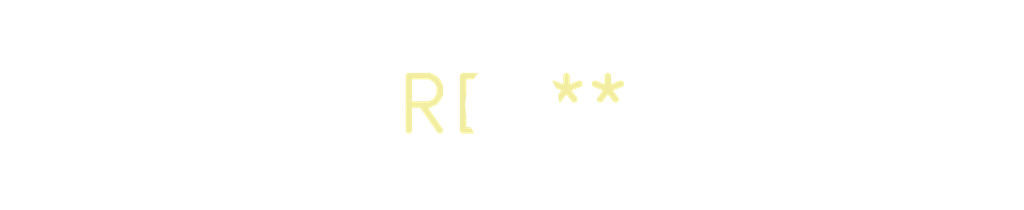
<source format=kicad_pcb>
(kicad_pcb (version 20240108) (generator pcbnew)
  (layers (0 "F.Cu" signal) (31 "B.Cu" signal) (34 "B.Paste" user) (35 "F.Paste" user) (36 "B.SilkS" user "B.Silkscreen") (37 "F.SilkS" user "F.Silkscreen") (38 "B.Mask" user) (39 "F.Mask" user) (44 "Edge.Cuts" user))
  (net 0 "")
  (footprint "MountingHole_2.2mm_M2" (layer "F.Cu") (at 0 0)
    (property "Reference" "REF**")
    (property "Value" "MountingHole_2.2mm_M2")
    (pad "" np_thru_hole circle (at 0 0) (size 2.2 2.2) (drill 2.2) (layers *.Cu *.Mask))
  )
)
</source>
